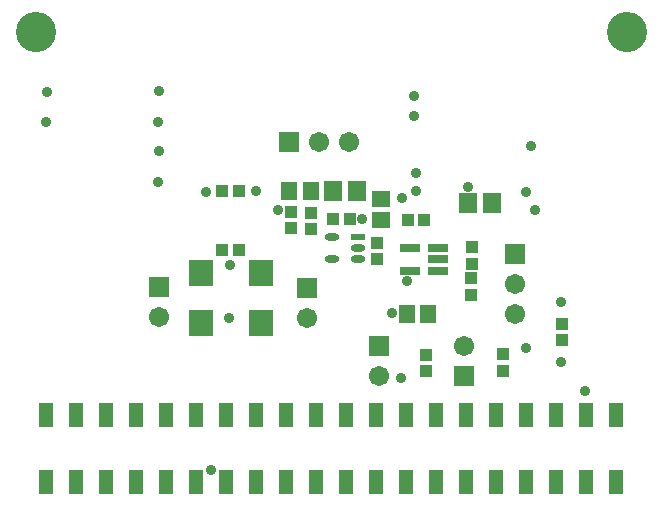
<source format=gbs>
G04*
G04 #@! TF.GenerationSoftware,Altium Limited,Altium Designer,19.0.10 (269)*
G04*
G04 Layer_Color=16711935*
%FSLAX25Y25*%
%MOIN*%
G70*
G01*
G75*
%ADD23R,0.03950X0.04343*%
%ADD24R,0.04343X0.03950*%
%ADD25R,0.05524X0.06312*%
%ADD27R,0.06312X0.06706*%
%ADD31C,0.06706*%
%ADD32R,0.06706X0.06706*%
%ADD33R,0.06706X0.06706*%
%ADD34C,0.13398*%
%ADD35C,0.03600*%
%ADD49R,0.04737X0.02375*%
%ADD50O,0.04737X0.02375*%
%ADD51R,0.06600X0.03000*%
%ADD52R,0.07887X0.08674*%
%ADD53R,0.06312X0.05524*%
%ADD54R,0.04816X0.08280*%
D23*
X302016Y306880D02*
D03*
X296504D02*
D03*
X296554Y326460D02*
D03*
X302066D02*
D03*
X363936Y316780D02*
D03*
X358424D02*
D03*
X339036Y317170D02*
D03*
X333524D02*
D03*
D24*
X364620Y271966D02*
D03*
Y266454D02*
D03*
X390180Y266658D02*
D03*
Y272170D02*
D03*
X348184Y303740D02*
D03*
Y309252D02*
D03*
X319410Y314108D02*
D03*
Y319620D02*
D03*
X326290Y313824D02*
D03*
Y319336D02*
D03*
X379590Y292010D02*
D03*
Y297522D02*
D03*
X379650Y307746D02*
D03*
Y302234D02*
D03*
X409870Y282257D02*
D03*
Y276745D02*
D03*
D25*
X358177Y285660D02*
D03*
X365263D02*
D03*
X318943Y326500D02*
D03*
X326030D02*
D03*
D27*
X386297Y322480D02*
D03*
X378423D02*
D03*
X341437Y326460D02*
D03*
X333563D02*
D03*
D31*
X377260Y274890D02*
D03*
X348670Y265010D02*
D03*
X324790Y284370D02*
D03*
X275380Y284410D02*
D03*
X338960Y343050D02*
D03*
X328960D02*
D03*
X394120Y285660D02*
D03*
Y295660D02*
D03*
D32*
X377260Y264890D02*
D03*
X348670Y275010D02*
D03*
X324790Y294370D02*
D03*
X275380Y294410D02*
D03*
X394120Y305660D02*
D03*
D33*
X318960Y343050D02*
D03*
D34*
X234420Y379650D02*
D03*
X431340D02*
D03*
D35*
X291140Y326350D02*
D03*
X275400Y360040D02*
D03*
X275150Y349520D02*
D03*
X275400Y339900D02*
D03*
X275280Y329510D02*
D03*
X318960Y343050D02*
D03*
X361160Y326680D02*
D03*
X397630Y326110D02*
D03*
X399590Y341690D02*
D03*
X400790Y320170D02*
D03*
X307910Y326590D02*
D03*
X315150Y320090D02*
D03*
X343280Y317320D02*
D03*
X361060Y332670D02*
D03*
X360440Y351600D02*
D03*
X360610Y358360D02*
D03*
X378330Y327830D02*
D03*
X298780Y284120D02*
D03*
X298990Y301830D02*
D03*
X356270Y264210D02*
D03*
X353170Y285840D02*
D03*
X358260Y296490D02*
D03*
X407760Y229399D02*
D03*
X367760D02*
D03*
X337760D02*
D03*
X292760Y233565D02*
D03*
X317800Y229550D02*
D03*
X397660Y251720D02*
D03*
X237720Y349410D02*
D03*
X238100Y359410D02*
D03*
X356380Y324130D02*
D03*
X409470Y269410D02*
D03*
X409530Y289490D02*
D03*
X397880Y274160D02*
D03*
X417420Y259920D02*
D03*
D49*
X341800Y311220D02*
D03*
D50*
Y307480D02*
D03*
Y303740D02*
D03*
X333139Y311220D02*
D03*
Y303740D02*
D03*
D51*
X359040Y307540D02*
D03*
Y300060D02*
D03*
X368440D02*
D03*
Y303800D02*
D03*
Y307540D02*
D03*
D52*
X309410Y282572D02*
D03*
X289410D02*
D03*
Y299108D02*
D03*
X309410D02*
D03*
D53*
X349580Y323973D02*
D03*
Y316887D02*
D03*
D54*
X237760Y229399D02*
D03*
Y251840D02*
D03*
X247760Y229399D02*
D03*
Y251840D02*
D03*
X257760Y229399D02*
D03*
Y251840D02*
D03*
X267760Y229399D02*
D03*
Y251840D02*
D03*
X277760Y229399D02*
D03*
Y251840D02*
D03*
X287760Y229399D02*
D03*
Y251840D02*
D03*
X297760Y229399D02*
D03*
Y251840D02*
D03*
X307760Y229399D02*
D03*
Y251840D02*
D03*
X317760Y229399D02*
D03*
Y251840D02*
D03*
X327760Y229399D02*
D03*
Y251840D02*
D03*
X337760Y229399D02*
D03*
Y251840D02*
D03*
X347760Y229399D02*
D03*
Y251840D02*
D03*
X357760Y229399D02*
D03*
Y251840D02*
D03*
X367760Y229399D02*
D03*
Y251840D02*
D03*
X377760Y229399D02*
D03*
Y251840D02*
D03*
X387760Y229399D02*
D03*
Y251840D02*
D03*
X397760Y229399D02*
D03*
Y251840D02*
D03*
X407760Y229399D02*
D03*
Y251840D02*
D03*
X427760D02*
D03*
Y229399D02*
D03*
X417760Y251840D02*
D03*
Y229399D02*
D03*
M02*

</source>
